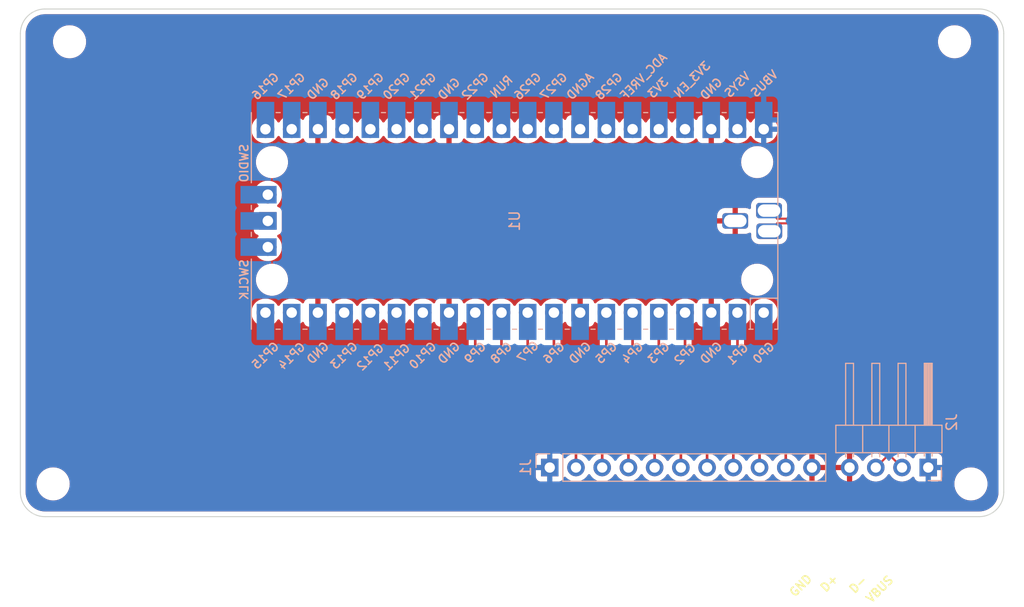
<source format=kicad_pcb>
(kicad_pcb (version 20211014) (generator pcbnew)
  (layers (0 "F.Cu" signal) (31 "B.Cu" signal) (34 "B.Paste" user) (35 "F.Paste" user) (36 "B.SilkS" user "B.Silkscreen") (37 "F.SilkS" user "F.Silkscreen") (38 "B.Mask" user) (39 "F.Mask" user) (44 "Edge.Cuts" user))
  (net 0 "")
  (net 1 "+5V")
  (net 2 "ROW2")
  (net 3 "ROW1")
  (net 4 "ROW0")
  (net 5 "COL4")
  (net 6 "COL3")
  (net 7 "COL2")
  (net 8 "COL1")
  (net 9 "COL0")
  (net 10 "LED_DIN")
  (net 11 "GND")
  (net 37 "D-")
  (net 38 "D+")
  (footprint "MountingHole:MountingHole_2.2mm_M2" (layer "F.Cu") (at 98.425 57.94375 180)
    (fp_text reference "H1" hide)
    (fp_text value "MountingHole")
    (pad "" np_thru_hole circle (at 0 0 180) (size 2.2 2.2) (drill 2.2) (layers *.Cu *.Mask))
  )
  (footprint "MountingHole:MountingHole_2.2mm_M2" (layer "F.Cu") (at 184.15 57.94375 180)
    (fp_text reference "H3" hide)
    (fp_text value "MountingHole")
    (pad "" np_thru_hole circle (at 0 0 180) (size 2.2 2.2) (drill 2.2) (layers *.Cu *.Mask))
  )
  (footprint "MountingHole:MountingHole_2.2mm_M2" (layer "F.Cu") (at 96.8375 100.80625)
    (fp_text reference "H2" hide)
    (fp_text value "MountingHole")
    (pad "" np_thru_hole circle (at 0 0) (size 2.2 2.2) (drill 2.2) (layers *.Cu *.Mask))
  )
  (footprint "MountingHole:MountingHole_2.2mm_M2" (layer "F.Cu") (at 185.7375 100.80625)
    (fp_text reference "H4" hide)
    (fp_text value "MountingHole")
    (pad "" np_thru_hole circle (at 0 0) (size 2.2 2.2) (drill 2.2) (layers *.Cu *.Mask))
  )
  (footprint "MountingHole:MountingHole_2.2mm_M2" (layer "F.Cu") (at 185.7375 100.80625)
    (fp_text reference "H4" hide)
    (fp_text value "MountingHole")
    (pad "" np_thru_hole circle (at 0 0) (size 2.2 2.2) (drill 2.2) (layers *.Cu *.Mask))
  )
  (footprint "MCU_RaspberryPi_and_Boards:RPi_Pico_SMD_TH" (layer "B.Cu") (at 141.5325 75.311 90)
    (fp_text reference "U1" (at 0 0 90) (layer "B.SilkS") (effects (justify mirror)))
    (fp_text value "Pico")
    (fp_text user "GP14" (at -13.1 -21.59 45) (layer "B.SilkS") (effects (font (size 0.8 0.8)) (justify mirror)))
    (fp_text user "GP17" (at 13.054 -21.59 45) (layer "B.SilkS") (effects (font (size 0.8 0.8)) (justify mirror)))
    (fp_text user "3V3_EN" (at 13.7 17.2 45) (layer "B.SilkS") (effects (font (size 0.8 0.8)) (justify mirror)))
    (fp_text user "GP11" (at -13.2 -11.43 45) (layer "B.SilkS") (effects (font (size 0.8 0.8)) (justify mirror)))
    (fp_text user "RUN" (at 13 -1.27 45) (layer "B.SilkS") (effects (font (size 0.8 0.8)) (justify mirror)))
    (fp_text user "GP18" (at 13.054 -16.51 45) (layer "B.SilkS") (effects (font (size 0.8 0.8)) (justify mirror)))
    (fp_text user "GP26" (at 13.054 1.27 45) (layer "B.SilkS") (effects (font (size 0.8 0.8)) (justify mirror)))
    (fp_text user "GP1" (at -12.9 21.6 45) (layer "B.SilkS") (effects (font (size 0.8 0.8)) (justify mirror)))
    (fp_text user "GP5" (at -12.8 8.89 45) (layer "B.SilkS") (effects (font (size 0.8 0.8)) (justify mirror)))
    (fp_text user "GP9" (at -12.8 -3.81 45) (layer "B.SilkS") (effects (font (size 0.8 0.8)) (justify mirror)))
    (fp_text user "GP16" (at 13.054 -24.13 45) (layer "B.SilkS") (effects (font (size 0.8 0.8)) (justify mirror)))
    (fp_text user "GP19" (at 13.054 -13.97 45) (layer "B.SilkS") (effects (font (size 0.8 0.8)) (justify mirror)))
    (fp_text user "3V3" (at 12.9 13.9 45) (layer "B.SilkS") (effects (font (size 0.8 0.8)) (justify mirror)))
    (fp_text user "GND" (at 12.8 -19.05 45) (layer "B.SilkS") (effects (font (size 0.8 0.8)) (justify mirror)))
    (fp_text user "GP4" (at -12.8 11.43 45) (layer "B.SilkS") (effects (font (size 0.8 0.8)) (justify mirror)))
    (fp_text user "GND" (at -12.8 19.05 45) (layer "B.SilkS") (effects (font (size 0.8 0.8)) (justify mirror)))
    (fp_text user "GP12" (at -13.2 -13.97 45) (layer "B.SilkS") (effects (font (size 0.8 0.8)) (justify mirror)))
    (fp_text user "AGND" (at 13.054 6.35 45) (layer "B.SilkS") (effects (font (size 0.8 0.8)) (justify mirror)))
    (fp_text user "VSYS" (at 13.2 21.59 45) (layer "B.SilkS") (effects (font (size 0.8 0.8)) (justify mirror)))
    (fp_text user "GP2" (at -12.9 16.51 45) (layer "B.SilkS") (effects (font (size 0.8 0.8)) (justify mirror)))
    (fp_text user "SWDIO" (at 5.6 -26.2 90) (layer "B.SilkS") (effects (font (size 0.8 0.8)) (justify mirror)))
    (fp_text user "GP10" (at -13.054 -8.89 45) (layer "B.SilkS") (effects (font (size 0.8 0.8)) (justify mirror)))
    (fp_text user "ADC_VREF" (at 14 12.5 45) (layer "B.SilkS") (effects (font (size 0.8 0.8)) (justify mirror)))
    (fp_text user "SWCLK" (at -5.7 -26.2 90) (layer "B.SilkS") (effects (font (size 0.8 0.8)) (justify mirror)))
    (fp_text user "GND" (at 12.8 -6.35 45) (layer "B.SilkS") (effects (font (size 0.8 0.8)) (justify mirror)))
    (fp_text user "GP22" (at 13.054 -3.81 45) (layer "B.SilkS") (effects (font (size 0.8 0.8)) (justify mirror)))
    (fp_text user "GP6" (at -12.8 3.81 45) (layer "B.SilkS") (effects (font (size 0.8 0.8)) (justify mirror)))
    (fp_text user "VBUS" (at 13.3 24.2 45) (layer "B.SilkS") (effects (font (size 0.8 0.8)) (justify mirror)))
    (fp_text user "GP21" (at 13.054 -8.9 45) (layer "B.SilkS") (effects (font (size 0.8 0.8)) (justify mirror)))
    (fp_text user "GND" (at 12.8 19.05 45) (layer "B.SilkS") (effects (font (size 0.8 0.8)) (justify mirror)))
    (fp_text user "GP8" (at -12.8 -1.27 45) (layer "B.SilkS") (effects (font (size 0.8 0.8)) (justify mirror)))
    (fp_text user "GP0" (at -12.8 24.13 45) (layer "B.SilkS") (effects (font (size 0.8 0.8)) (justify mirror)))
    (fp_text user "GP28" (at 13.054 9.144 45) (layer "B.SilkS") (effects (font (size 0.8 0.8)) (justify mirror)))
    (fp_text user "GP13" (at -13.054 -16.51 45) (layer "B.SilkS") (effects (font (size 0.8 0.8)) (justify mirror)))
    (fp_text user "GP3" (at -12.8 13.97 45) (layer "B.SilkS") (effects (font (size 0.8 0.8)) (justify mirror)))
    (fp_text user "GND" (at -12.8 6.35 45) (layer "B.SilkS") (effects (font (size 0.8 0.8)) (justify mirror)))
    (fp_text user "GND" (at -12.8 -6.35 45) (layer "B.SilkS") (effects (font (size 0.8 0.8)) (justify mirror)))
    (fp_text user "GP20" (at 13.054 -11.43 45) (layer "B.SilkS") (effects (font (size 0.8 0.8)) (justify mirror)))
    (fp_text user "GP27" (at 13.054 3.8 45) (layer "B.SilkS") (effects (font (size 0.8 0.8)) (justify mirror)))
    (fp_text user "GND" (at -12.8 -19.05 45) (layer "B.SilkS") (effects (font (size 0.8 0.8)) (justify mirror)))
    (fp_text user "GP7" (at -12.7 1.3 45) (layer "B.SilkS") (effects (font (size 0.8 0.8)) (justify mirror)))
    (fp_text user "GP15" (at -13.054 -24.13 45) (layer "B.SilkS") (effects (font (size 0.8 0.8)) (justify mirror)))
    (fp_line (start 10.5 5.3) (end 10.5 4.9) (layer "B.SilkS") (width 0.12))
    (fp_line (start 10.5 10.4) (end 10.5 10) (layer "B.SilkS") (width 0.12))
    (fp_line (start -10.5 5.3) (end -10.5 4.9) (layer "B.SilkS") (width 0.12))
    (fp_line (start 10.5 -22.7) (end 10.5 -23.1) (layer "B.SilkS") (width 0.12))
    (fp_line (start 10.5 12.9) (end 10.5 12.5) (layer "B.SilkS") (width 0.12))
    (fp_line (start -10.5 -15.1) (end -10.5 -15.5) (layer "B.SilkS") (width 0.12))
    (fp_line (start -10.5 -12.5) (end -10.5 -12.9) (layer "B.SilkS") (width 0.12))
    (fp_line (start 10.5 -25.5) (end 3.7 -25.5) (layer "B.SilkS") (width 0.12))
    (fp_line (start 10.5 -7.4) (end 10.5 -7.8) (layer "B.SilkS") (width 0.12))
    (fp_line (start 10.5 18) (end 10.5 17.6) (layer "B.SilkS") (width 0.12))
    (fp_line (start -10.5 -7.4) (end -10.5 -7.8) (layer "B.SilkS") (width 0.12))
    (fp_line (start -10.5 -10) (end -10.5 -10.4) (layer "B.SilkS") (width 0.12))
    (fp_line (start 10.5 15.4) (end 10.5 15) (layer "B.SilkS") (width 0.12))
    (fp_line (start -10.5 10.4) (end -10.5 10) (layer "B.SilkS") (width 0.12))
    (fp_line (start 10.5 -4.9) (end 10.5 -5.3) (layer "B.SilkS") (width 0.12))
    (fp_line (start 10.5 20.5) (end 10.5 20.1) (layer "B.SilkS") (width 0.12))
    (fp_line (start 10.5 -10) (end 10.5 -10.4) (layer "B.SilkS") (width 0.12))
    (fp_line (start 10.5 25.5) (end 10.5 25.2) (layer "B.SilkS") (width 0.12))
    (fp_line (start 10.5 -2.3) (end 10.5 -2.7) (layer "B.SilkS") (width 0.12))
    (fp_line (start -10.5 -4.9) (end -10.5 -5.3) (layer "B.SilkS") (width 0.12))
    (fp_line (start -7.493 22.833) (end -7.493 25.5) (layer "B.SilkS") (width 0.12))
    (fp_line (start -10.5 22.833) (end -7.493 22.833) (layer "B.SilkS") (width 0.12))
    (fp_line (start -10.5 7.8) (end -10.5 7.4) (layer "B.SilkS") (width 0.12))
    (fp_line (start 10.5 -17.6) (end 10.5 -18) (layer "B.SilkS") (width 0.12))
    (fp_line (start -3.7 -25.5) (end -10.5 -25.5) (layer "B.SilkS") (width 0.12))
    (fp_line (start -10.5 0.2) (end -10.5 -0.2) (layer "B.SilkS") (width 0.12))
    (fp_line (start -1.5 -25.5) (end -1.1 -25.5) (layer "B.SilkS") (width 0.12))
    (fp_line (start 10.5 0.2) (end 10.5 -0.2) (layer "B.SilkS") (width 0.12))
    (fp_line (start -10.5 -20.1) (end -10.5 -20.5) (layer "B.SilkS") (width 0.12))
    (fp_line (start -10.5 25.5) (end -10.5 25.2) (layer "B.SilkS") (width 0.12))
    (fp_line (start 10.5 -20.1) (end 10.5 -20.5) (layer "B.SilkS") (width 0.12))
    (fp_line (start 10.5 7.8) (end 10.5 7.4) (layer "B.SilkS") (width 0.12))
    (fp_line (start -10.5 -17.6) (end -10.5 -18) (layer "B.SilkS") (width 0.12))
    (fp_line (start -10.5 2.7) (end -10.5 2.3) (layer "B.SilkS") (width 0.12))
    (fp_line (start -10.5 18) (end -10.5 17.6) (layer "B.SilkS") (width 0.12))
    (fp_line (start -10.5 15.4) (end -10.5 15) (layer "B.SilkS") (width 0.12))
    (fp_line (start -10.5 12.9) (end -10.5 12.5) (layer "B.SilkS") (width 0.12))
    (fp_line (start -10.5 -2.3) (end -10.5 -2.7) (layer "B.SilkS") (width 0.12))
    (fp_line (start -10.5 20.5) (end -10.5 20.1) (layer "B.SilkS") (width 0.12))
    (fp_line (start 1.1 -25.5) (end 1.5 -25.5) (layer "B.SilkS") (width 0.12))
    (fp_line (start -10.5 -22.7) (end -10.5 -23.1) (layer "B.SilkS") (width 0.12))
    (fp_line (start 10.5 2.7) (end 10.5 2.3) (layer "B.SilkS") (width 0.12))
    (fp_line (start -10.5 25.5) (end 10.5 25.5) (layer "B.SilkS") (width 0.12))
    (fp_line (start 10.5 -12.5) (end 10.5 -12.9) (layer "B.SilkS") (width 0.12))
    (fp_line (start 10.5 -15.1) (end 10.5 -15.5) (layer "B.SilkS") (width 0.12))
    (fp_line (start -10.5 23.1) (end -10.5 22.7) (layer "B.SilkS") (width 0.12))
    (fp_line (start 10.5 23.1) (end 10.5 22.7) (layer "B.SilkS") (width 0.12))
    (pad "" np_thru_hole circle locked (at -5.7 -23.5 90) (size 2.1 2.1) (drill 2.1) (layers *.Cu *.Mask))
    (pad "" np_thru_hole circle locked (at 5.7 23.5 90) (size 2.1 2.1) (drill 2.1) (layers *.Cu *.Mask))
    (pad "" np_thru_hole circle locked (at -5.7 23.5 90) (size 2.1 2.1) (drill 2.1) (layers *.Cu *.Mask))
    (pad "" np_thru_hole circle locked (at 5.7 -23.5 90) (size 2.1 2.1) (drill 2.1) (layers *.Cu *.Mask))
    (pad "1" smd rect locked (at -8.89 24.13 90) (size 3.5 1.7) (drill (offset -0.9 0)) (layers "B.Cu" "B.Mask"))
    (pad "1" thru_hole oval locked (at -8.89 24.13 90) (size 1.7 1.7) (drill 1.02) (layers *.Cu *.Mask))
    (pad "2" thru_hole oval locked (at -8.89 21.59 90) (size 1.7 1.7) (drill 1.02) (layers *.Cu *.Mask) (net 10 "LED_DIN"))
    (pad "2" smd rect locked (at -8.89 21.59 90) (size 3.5 1.7) (drill (offset -0.9 0)) (layers "B.Cu" "B.Mask") (net 10 "LED_DIN"))
    (pad "3" smd rect locked (at -8.89 19.05 90) (size 3.5 1.7) (drill (offset -0.9 0)) (layers "B.Cu" "B.Mask") (net 11 "GND"))
    (pad "3" thru_hole rect locked (at -8.89 19.05 90) (size 1.7 1.7) (drill 1.02) (layers *.Cu *.Mask) (net 11 "GND"))
    (pad "4" smd rect locked (at -8.89 16.51 90) (size 3.5 1.7) (drill (offset -0.9 0)) (layers "B.Cu" "B.Mask") (net 9 "COL0"))
    (pad "4" thru_hole oval locked (at -8.89 16.51 90) (size 1.7 1.7) (drill 1.02) (layers *.Cu *.Mask) (net 9 "COL0"))
    (pad "5" smd rect locked (at -8.89 13.97 90) (size 3.5 1.7) (drill (offset -0.9 0)) (layers "B.Cu" "B.Mask") (net 8 "COL1"))
    (pad "5" thru_hole oval locked (at -8.89 13.97 90) (size 1.7 1.7) (drill 1.02) (layers *.Cu *.Mask) (net 8 "COL1"))
    (pad "6" smd rect locked (at -8.89 11.43 90) (size 3.5 1.7) (drill (offset -0.9 0)) (layers "B.Cu" "B.Mask") (net 7 "COL2"))
    (pad "6" thru_hole oval locked (at -8.89 11.43 90) (size 1.7 1.7) (drill 1.02) (layers *.Cu *.Mask) (net 7 "COL2"))
    (pad "7" smd rect locked (at -8.89 8.89 90) (size 3.5 1.7) (drill (offset -0.9 0)) (layers "B.Cu" "B.Mask") (net 6 "COL3"))
    (pad "7" thru_hole oval locked (at -8.89 8.89 90) (size 1.7 1.7) (drill 1.02) (layers *.Cu *.Mask) (net 6 "COL3"))
    (pad "8" thru_hole rect locked (at -8.89 6.35 90) (size 1.7 1.7) (drill 1.02) (layers *.Cu *.Mask) (net 11 "GND"))
    (pad "8" smd rect locked (at -8.89 6.35 90) (size 3.5 1.7) (drill (offset -0.9 0)) (layers "B.Cu" "B.Mask") (net 11 "GND"))
    (pad "9" thru_hole oval locked (at -8.89 3.81 90) (size 1.7 1.7) (drill 1.02) (layers *.Cu *.Mask) (net 5 "COL4"))
    (pad "9" smd rect locked (at -8.89 3.81 90) (size 3.5 1.7) (drill (offset -0.9 0)) (layers "B.Cu" "B.Mask") (net 5 "COL4"))
    (pad "10" thru_hole oval locked (at -8.89 1.27 90) (size 1.7 1.7) (drill 1.02) (layers *.Cu *.Mask) (net 4 "ROW0"))
    (pad "10" smd rect locked (at -8.89 1.27 90) (size 3.5 1.7) (drill (offset -0.9 0)) (layers "B.Cu" "B.Mask") (net 4 "ROW0"))
    (pad "11" smd rect locked (at -8.89 -1.27 90) (size 3.5 1.7) (drill (offset -0.9 0)) (layers "B.Cu" "B.Mask") (net 3 "ROW1"))
    (pad "11" thru_hole oval locked (at -8.89 -1.27 90) (size 1.7 1.7) (drill 1.02) (layers *.Cu *.Mask) (net 3 "ROW1"))
    (pad "12" smd rect locked (at -8.89 -3.81 90) (size 3.5 1.7) (drill (offset -0.9 0)) (layers "B.Cu" "B.Mask") (net 2 "ROW2"))
    (pad "12" thru_hole oval locked (at -8.89 -3.81 90) (size 1.7 1.7) (drill 1.02) (layers *.Cu *.Mask) (net 2 "ROW2"))
    (pad "13" thru_hole rect locked (at -8.89 -6.35 90) (size 1.7 1.7) (drill 1.02) (layers *.Cu *.Mask) (net 11 "GND"))
    (pad "13" smd rect locked (at -8.89 -6.35 90) (size 3.5 1.7) (drill (offset -0.9 0)) (layers "B.Cu" "B.Mask") (net 11 "GND"))
    (pad "14" smd rect locked (at -8.89 -8.89 90) (size 3.5 1.7) (drill (offset -0.9 0)) (layers "B.Cu" "B.Mask"))
    (pad "14" thru_hole oval locked (at -8.89 -8.89 90) (size 1.7 1.7) (drill 1.02) (layers *.Cu *.Mask))
    (pad "15" smd rect locked (at -8.89 -11.43 90) (size 3.5 1.7) (drill (offset -0.9 0)) (layers "B.Cu" "B.Mask"))
    (pad "15" thru_hole oval locked (at -8.89 -11.43 90) (size 1.7 1.7) (drill 1.02) (layers *.Cu *.Mask))
    (pad "16" thru_hole oval locked (at -8.89 -13.97 90) (size 1.7 1.7) (drill 1.02) (layers *.Cu *.Mask))
    (pad "16" smd rect locked (at -8.89 -13.97 90) (size 3.5 1.7) (drill (offset -0.9 0)) (layers "B.Cu" "B.Mask"))
    (pad "17" smd rect locked (at -8.89 -16.51 90) (size 3.5 1.7) (drill (offset -0.9 0)) (layers "B.Cu" "B.Mask"))
    (pad "17" thru_hole oval locked (at -8.89 -16.51 90) (size 1.7 1.7) (drill 1.02) (layers *.Cu *.Mask))
    (pad "18" smd rect locked (at -8.89 -19.05 90) (size 3.5 1.7) (drill (offset -0.9 0)) (layers "B.Cu" "B.Mask") (net 11 "GND"))
    (pad "18" thru_hole rect locked (at -8.89 -19.05 90) (size 1.7 1.7) (drill 1.02) (layers *.Cu *.Mask) (net 11 "GND"))
    (pad "19" smd rect locked (at -8.89 -21.59 90) (size 3.5 1.7) (drill (offset -0.9 0)) (layers "B.Cu" "B.Mask"))
    (pad "19" thru_hole oval locked (at -8.89 -21.59 90) (size 1.7 1.7) (drill 1.02) (layers *.Cu *.Mask))
    (pad "20" thru_hole oval locked (at -8.89 -24.13 90) (size 1.7 1.7) (drill 1.02) (layers *.Cu *.Mask))
    (pad "20" smd rect locked (at -8.89 -24.13 90) (size 3.5 1.7) (drill (offset -0.9 0)) (layers "B.Cu" "B.Mask"))
    (pad "21" thru_hole oval locked (at 8.89 -24.13 90) (size 1.7 1.7) (drill 1.02) (layers *.Cu *.Mask))
    (pad "21" smd rect locked (at 8.89 -24.13 90) (size 3.5 1.7) (drill (offset 0.9 0)) (layers "B.Cu" "B.Mask"))
    (pad "22" smd rect locked (at 8.89 -21.59 90) (size 3.5 1.7) (drill (offset 0.9 0)) (layers "B.Cu" "B.Mask"))
    (pad "22" thru_hole oval locked (at 8.89 -21.59 90) (size 1.7 1.7) (drill 1.02) (layers *.Cu *.Mask))
    (pad "23" thru_hole rect locked (at 8.89 -19.05 90) (size 1.7 1.7) (drill 1.02) (layers *.Cu *.Mask) (net 11 "GND"))
    (pad "23" smd rect locked (at 8.89 -19.05 90) (size 3.5 1.7) (drill (offset 0.9 0)) (layers "B.Cu" "B.Mask") (net 11 "GND"))
    (pad "24" thru_hole oval locked (at 8.89 -16.51 90) (size 1.7 1.7) (drill 1.02) (layers *.Cu *.Mask))
    (pad "24" smd rect locked (at 8.89 -16.51 90) (size 3.5 1.7) (drill (offset 0.9 0)) (layers "B.Cu" "B.Mask"))
    (pad "25" smd rect locked (at 8.89 -13.97 90) (size 3.5 1.7) (drill (offset 0.9 0)) (layers "B.Cu" "B.Mask"))
    (pad "25" thru_hole oval locked (at 8.89 -13.97 90) (size 1.7 1.7) (drill 1.02) (layers *.Cu *.Mask))
    (pad "26" smd rect locked (at 8.89 -11.43 90) (size 3.5 1.7) (drill (offset 0.9 0)) (layers "B.Cu" "B.Mask"))
    (pad "26" thru_hole oval locked (at 8.89 -11.43 90) (size 1.7 1.7) (drill 1.02) (layers *.Cu *.Mask))
    (pad "27" thru_hole oval locked (at 8.89 -8.89 90) (size 1.7 1.7) (drill 1.02) (layers *.Cu *.Mask))
    (pad "27" smd rect locked (at 8.89 -8.89 90) (size 3.5 1.7) (drill (offset 0.9 0)) (layers "B.Cu" "B.Mask"))
    (pad "28" thru_hole rect locked (at 8.89 -6.35 90) (size 1.7 1.7) (drill 1.02) (layers *.Cu *.Mask) (net 11 "GND"))
    (pad "28" smd rect locked (at 8.89 -6.35 90) (size 3.5 1.7) (drill (offset 0.9 0)) (layers "B.Cu" "B.Mask") (net 11 "GND"))
    (pad "29" thru_hole oval locked (at 8.89 -3.81 90) (size 1.7 1.7) (drill 1.02) (layers *.Cu *.Mask))
    (pad "29" smd rect locked (at 8.89 -3.81 90) (size 3.5 1.7) (drill (offset 0.9 0)) (layers "B.Cu" "B.Mask"))
    (pad "30" thru_hole oval locked (at 8.89 -1.27 90) (size 1.7 1.7) (drill 1.02) (layers *.Cu *.Mask))
    (pad "30" smd rect locked (at 8.89 -1.27 90) (size 3.5 1.7) (drill (offset 0.9 0)) (layers "B.Cu" "B.Mask"))
    (pad "31" smd rect locked (at 8.89 1.27 90) (size 3.5 1.7) (drill (offset 0.9 0)) (layers "B.Cu" "B.Mask"))
    (pad "31" thru_hole oval locked (at 8.89 1.27 90) (size 1.7 1.7) (drill 1.02) (layers *.Cu *.Mask))
    (pad "32" thru_hole oval locked (at 8.89 3.81 90) (size 1.7 1.7) (drill 1.02) (layers *.Cu *.Mask))
    (pad "32" smd rect locked (at 8.89 3.81 90) (size 3.5 1.7) (drill (offset 0.9 0)) (layers "B.Cu" "B.Mask"))
    (pad "33" smd rect locked (at 8.89 6.35 90) (size 3.5 1.7) (drill (offset 0.9 0)) (layers "B.Cu" "B.Mask"))
    (pad "33" thru_hole rect locked (at 8.89 6.35 90) (size 1.7 1.7) (drill 1.02) (layers *.Cu *.Mask))
    (pad "34" thru_hole oval locked (at 8.89 8.89 90) (size 1.7 1.7) (drill 1.02) (layers *.Cu *.Mask))
    (pad "34" smd rect locked (at 8.89 8.89 90) (size 3.5 1.7) (drill (offset 0.9 0)) (layers "B.Cu" "B.Mask"))
    (pad "35" thru_hole oval locked (at 8.89 11.43 90) (size 1.7 1.7) (drill 1.02) (layers *.Cu *.Mask))
    (pad "35" smd rect locked (at 8.89 11.43 90) (size 3.5 1.7) (drill (offset 0.9 0)) (layers "B.Cu" "B.Mask"))
    (pad "36" smd rect locked (at 8.89 13.97 90) (size 3.5 1.7) (drill (offset 0.9 0)) (layers "B.Cu" "B.Mask"))
    (pad "36" thru_hole oval locked (at 8.89 13.97 90) (size 1.7 1.7) (drill 1.02) (layers *.Cu *.Mask))
    (pad "37" thru_hole oval locked (at 8.89 16.51 90) (size 1.7 1.7) (drill 1.02) (layers *.Cu *.Mask))
    (pad "37" smd rect locked (at 8.89 16.51 90) (size 3.5 1.7) (drill (offset 0.9 0)) (layers "B.Cu" "B.Mask"))
    (pad "38" thru_hole rect locked (at 8.89 19.05 90) (size 1.7 1.7) (drill 1.02) (layers *.Cu *.Mask) (net 11 "GND"))
    (pad "38" smd rect locked (at 8.89 19.05 90) (size 3.5 1.7) (drill (offset 0.9 0)) (layers "B.Cu" "B.Mask") (net 11 "GND"))
    (pad "39" thru_hole oval locked (at 8.89 21.59 90) (size 1.7 1.7) (drill 1.02) (layers *.Cu *.Mask))
    (pad "39" smd rect locked (at 8.89 21.59 90) (size 3.5 1.7) (drill (offset 0.9 0)) (layers "B.Cu" "B.Mask"))
    (pad "40" smd rect locked (at 8.89 24.13 90) (size 3.5 1.7) (drill (offset 0.9 0)) (layers "B.Cu" "B.Mask") (net 1 "+5V"))
    (pad "40" thru_hole oval locked (at 8.89 24.13 90) (size 1.7 1.7) (drill 1.02) (layers *.Cu *.Mask) (net 1 "+5V"))
    (pad "41" smd rect locked (at -2.54 -23.9) (size 3.5 1.7) (drill (offset -0.9 0)) (layers "B.Cu" "B.Mask"))
    (pad "41" thru_hole oval locked (at -2.54 -23.9 90) (size 1.7 1.7) (drill 1.02) (layers *.Cu *.Mask))
    (pad "42" thru_hole rect locked (at 0 -23.9 90) (size 1.7 1.7) (drill 1.02) (layers *.Cu *.Mask))
    (pad "42" smd rect locked (at 0 -23.9) (size 3.5 1.7) (drill (offset -0.9 0)) (layers "B.Cu" "B.Mask"))
    (pad "43" smd rect locked (at 2.54 -23.9) (size 3.5 1.7) (drill (offset -0.9 0)) (layers "B.Cu" "B.Mask"))
    (pad "43" thru_hole oval locked (at 2.54 -23.9 90) (size 1.7 1.7) (drill 1.02) (layers *.Cu *.Mask))
    (pad "TP1" thru_hole roundrect locked (at 0 21.37 90) (size 1.5 2.5) (drill oval 1.2 2.2) (layers *.Cu *.Mask) (roundrect_rratio 0.2) (net 11 "GND"))
    (pad "TP2" thru_hole roundrect locked (at 1 24.65 90) (size 1.5 2.5) (drill oval 1.2 2.2) (layers *.Cu *.Mask) (roundrect_rratio 0.2) (net 37 "D-"))
    (pad "TP3" thru_hole roundrect locked (at -1 24.67 90) (size 1.5 2.5) (drill oval 1.2 2.2) (layers *.Cu *.Mask) (roundrect_rratio 0.2) (net 38 "D+"))
  )
  (footprint "Connector_PinHeader_2.54mm:PinHeader_1x11_P2.54mm_Vertical" (layer "B.Cu") (at 144.93875 99.21875 -90)
    (fp_text reference "J1" (at 0 2.33 90) (layer "B.SilkS") (effects (justify mirror)))
    (fp_text value "Conn_01x11")
    (fp_line (start -1.33 0) (end -1.33 1.33) (layer "B.SilkS") (width 0.12))
    (fp_line (start -1.33 -1.27) (end -1.33 -26.73) (layer "B.SilkS") (width 0.12))
    (fp_line (start -1.33 -26.73) (end 1.33 -26.73) (layer "B.SilkS") (width 0.12))
    (fp_line (start 1.33 -1.27) (end 1.33 -26.73) (layer "B.SilkS") (width 0.12))
    (fp_line (start -1.33 -1.27) (end 1.33 -1.27) (layer "B.SilkS") (width 0.12))
    (fp_line (start -1.33 1.33) (end 0 1.33) (layer "B.SilkS") (width 0.12))
    (pad "1" thru_hole rect (at 0 0 270) (size 1.7 1.7) (drill 1) (layers *.Cu *.Mask) (net 1 "+5V"))
    (pad "2" thru_hole oval (at 0 -2.54 270) (size 1.7 1.7) (drill 1) (layers *.Cu *.Mask) (net 2 "ROW2"))
    (pad "3" thru_hole oval (at 0 -5.08 270) (size 1.7 1.7) (drill 1) (layers *.Cu *.Mask) (net 3 "ROW1"))
    (pad "4" thru_hole oval (at 0 -7.62 270) (size 1.7 1.7) (drill 1) (layers *.Cu *.Mask) (net 4 "ROW0"))
    (pad "5" thru_hole oval (at 0 -10.16 270) (size 1.7 1.7) (drill 1) (layers *.Cu *.Mask) (net 5 "COL4"))
    (pad "6" thru_hole oval (at 0 -12.7 270) (size 1.7 1.7) (drill 1) (layers *.Cu *.Mask) (net 6 "COL3"))
    (pad "7" thru_hole oval (at 0 -15.24 270) (size 1.7 1.7) (drill 1) (layers *.Cu *.Mask) (net 7 "COL2"))
    (pad "8" thru_hole oval (at 0 -17.78 270) (size 1.7 1.7) (drill 1) (layers *.Cu *.Mask) (net 8 "COL1"))
    (pad "9" thru_hole oval (at 0 -20.32 270) (size 1.7 1.7) (drill 1) (layers *.Cu *.Mask) (net 9 "COL0"))
    (pad "10" thru_hole oval (at 0 -22.86 270) (size 1.7 1.7) (drill 1) (layers *.Cu *.Mask) (net 10 "LED_DIN"))
    (pad "11" thru_hole oval (at 0 -25.4 270) (size 1.7 1.7) (drill 1) (layers *.Cu *.Mask) (net 11 "GND"))
  )
  (footprint "Connector_PinHeader_2.54mm:PinHeader_1x04_P2.54mm_Horizontal" (layer "B.Cu") (at 181.6 99.21875 90)
    (fp_text reference "J2" (at 4.385 2.27 90) (layer "B.SilkS") (effects (justify mirror)))
    (fp_text value "Conn_01x04")
    (fp_line (start 1.042929 -2.16) (end 1.44 -2.16) (layer "B.SilkS") (width 0.12))
    (fp_line (start 4.1 0.2) (end 10.1 0.2) (layer "B.SilkS") (width 0.12))
    (fp_line (start 1.44 -6.35) (end 4.1 -6.35) (layer "B.SilkS") (width 0.12))
    (fp_line (start 4.1 0.38) (end 10.1 0.38) (layer "B.SilkS") (width 0.12))
    (fp_line (start 1.44 -1.27) (end 4.1 -1.27) (layer "B.SilkS") (width 0.12))
    (fp_line (start 10.1 -5.46) (end 4.1 -5.46) (layer "B.SilkS") (width 0.12))
    (fp_line (start 4.1 0.32) (end 10.1 0.32) (layer "B.SilkS") (width 0.12))
    (fp_line (start 4.1 -4.7) (end 10.1 -4.7) (layer "B.SilkS") (width 0.12))
    (fp_line (start 10.1 -4.7) (end 10.1 -5.46) (layer "B.SilkS") (width 0.12))
    (fp_line (start 1.042929 -4.7) (end 1.44 -4.7) (layer "B.SilkS") (width 0.12))
    (fp_line (start 4.1 -2.16) (end 10.1 -2.16) (layer "B.SilkS") (width 0.12))
    (fp_line (start -1.27 1.27) (end 0 1.27) (layer "B.SilkS") (width 0.12))
    (fp_line (start -1.27 0) (end -1.27 1.27) (layer "B.SilkS") (width 0.12))
    (fp_line (start 4.1 1.33) (end 1.44 1.33) (layer "B.SilkS") (width 0.12))
    (fp_line (start 4.1 -0.16) (end 10.1 -0.16) (layer "B.SilkS") (width 0.12))
    (fp_line (start 1.44 -8.95) (end 4.1 -8.95) (layer "B.SilkS") (width 0.12))
    (fp_line (start 10.1 -2.92) (end 4.1 -2.92) (layer "B.SilkS") (width 0.12))
    (fp_line (start 4.1 -7.24) (end 10.1 -7.24) (layer "B.SilkS") (width 0.12))
    (fp_line (start 1.042929 -8) (end 1.44 -8) (layer "B.SilkS") (width 0.12))
    (fp_line (start 1.11 0.38) (end 1.44 0.38) (layer "B.SilkS") (width 0.12))
    (fp_line (start 4.1 -8.95) (end 4.1 1.33) (layer "B.SilkS") (width 0.12))
    (fp_line (start 4.1 -0.28) (end 10.1 -0.28) (layer "B.SilkS") (width 0.12))
    (fp_line (start 10.1 -2.16) (end 10.1 -2.92) (layer "B.SilkS") (width 0.12))
    (fp_line (start 1.11 -0.38) (end 1.44 -0.38) (layer "B.SilkS") (width 0.12))
    (fp_line (start 4.1 0.08) (end 10.1 0.08) (layer "B.SilkS") (width 0.12))
    (fp_line (start 10.1 0.38) (end 10.1 -0.38) (layer "B.SilkS") (width 0.12))
    (fp_line (start 10.1 -7.24) (end 10.1 -8) (layer "B.SilkS") (width 0.12))
    (fp_line (start 1.042929 -2.92) (end 1.44 -2.92) (layer "B.SilkS") (width 0.12))
    (fp_line (start 1.44 1.33) (end 1.44 -8.95) (layer "B.SilkS") (width 0.12))
    (fp_line (start 10.1 -0.38) (end 4.1 -0.38) (layer "B.SilkS") (width 0.12))
    (fp_line (start 1.042929 -7.24) (end 1.44 -7.24) (layer "B.SilkS") (width 0.12))
    (fp_line (start 4.1 -0.04) (end 10.1 -0.04) (layer "B.SilkS") (width 0.12))
    (fp_line (start 10.1 -8) (end 4.1 -8) (layer "B.SilkS") (width 0.12))
    (fp_line (start 1.042929 -5.46) (end 1.44 -5.46) (layer "B.SilkS") (width 0.12))
    (fp_line (start 1.44 -3.81) (end 4.1 -3.81) (layer "B.SilkS") (width 0.12))
    (pad "1" thru_hole rect (at 0 0 90) (size 1.7 1.7) (drill 1) (layers *.Cu *.Mask) (net 1 "+5V"))
    (pad "2" thru_hole oval (at 0 -2.54 90) (size 1.7 1.7) (drill 1) (layers *.Cu *.Mask) (net 37 "D-"))
    (pad "3" thru_hole oval (at 0 -5.08 90) (size 1.7 1.7) (drill 1) (layers *.Cu *.Mask) (net 38 "D+"))
    (pad "4" thru_hole oval (at 0 -7.62 90) (size 1.7 1.7) (drill 1) (layers *.Cu *.Mask) (net 11 "GND"))
  )
  (gr_arc (start 93.6625 57.15) (mid 94.359967 55.466217) (end 96.04375 54.76875) (layer "Edge.Cuts") (width 0.1))
  (gr_line (start 188.9125 57.15) (end 188.9125 101.6) (layer "Edge.Cuts") (width 0.1))
  (gr_line (start 96.04375 54.76875) (end 186.53125 54.76875) (layer "Edge.Cuts") (width 0.1))
  (gr_line (start 186.53125 103.98125) (end 96.04375 103.98125) (layer "Edge.Cuts") (width 0.1))
  (gr_arc (start 96.04375 103.98125) (mid 94.359967 103.283783) (end 93.6625 101.6) (layer "Edge.Cuts") (width 0.1))
  (gr_arc (start 186.53125 54.76875) (mid 188.215033 55.466217) (end 188.9125 57.15) (layer "Edge.Cuts") (width 0.1))
  (gr_arc (start 188.9125 101.6) (mid 188.215033 103.283783) (end 186.53125 103.98125) (layer "Edge.Cuts") (width 0.1))
  (gr_line (start 93.6625 101.6) (end 93.6625 57.15) (layer "Edge.Cuts") (width 0.1))
  (gr_text "GND" (at 170.18 109.728 45) (layer "F.SilkS") (effects (font (size 0.8 0.8)) (justify right)))
  (gr_text "D+" (at 172.72 109.728 45) (layer "F.SilkS") (effects (font (size 0.8 0.8)) (justify right)))
  (gr_text "VBUS" (at 178.054 109.855 45) (layer "F.SilkS") (effects (font (size 0.8 0.8)) (justify right)))
  (gr_text "D-" (at 175.514 109.855 45) (layer "F.SilkS") (effects (font (size 0.8 0.8)) (justify right)))
  (segment (start 147.47875 97.710624) (end 137.7225 87.954374) (width 0.254) (layer "F.Cu") (net 2))
  (segment (start 147.47875 99.21875) (end 147.47875 97.710624) (width 0.254) (layer "F.Cu") (net 2))
  (segment (start 137.7225 87.954374) (end 137.7225 84.201) (width 0.254) (layer "F.Cu") (net 2))
  (segment (start 150.01875 97.869375) (end 150.01875 99.21875) (width 0.254) (layer "F.Cu") (net 3))
  (segment (start 140.2625 84.201) (end 140.2625 88.113125) (width 0.254) (layer "F.Cu") (net 3))
  (segment (start 140.2625 88.113125) (end 150.01875 97.869375) (width 0.254) (layer "F.Cu") (net 3))
  (segment (start 142.8025 88.1925) (end 152.55875 97.94875) (width 0.254) (layer "F.Cu") (net 4))
  (segment (start 152.55875 97.94875) (end 152.55875 99.21875) (width 0.254) (layer "F.Cu") (net 4))
  (segment (start 142.8025 84.201) (end 142.8025 88.1925) (width 0.254) (layer "F.Cu") (net 4))
  (segment (start 145.3425 84.201) (end 145.3425 88.1925) (width 0.254) (layer "F.Cu") (net 5))
  (segment (start 155.09875 97.94875) (end 155.09875 99.21875) (width 0.254) (layer "F.Cu") (net 5))
  (segment (start 145.3425 88.1925) (end 155.09875 97.94875) (width 0.254) (layer "F.Cu") (net 5))
  (segment (start 150.4225 88.1925) (end 157.63875 95.40875) (width 0.254) (layer "F.Cu") (net 6))
  (segment (start 157.63875 95.40875) (end 157.63875 99.21875) (width 0.254) (layer "F.Cu") (net 6))
  (segment (start 150.4225 84.201) (end 150.4225 88.1925) (width 0.254) (layer "F.Cu") (net 6))
  (segment (start 152.9625 88.1925) (end 160.17875 95.40875) (width 0.254) (layer "F.Cu") (net 7))
  (segment (start 160.17875 95.40875) (end 160.17875 99.21875) (width 0.254) (layer "F.Cu") (net 7))
  (segment (start 152.9625 84.201) (end 152.9625 88.1925) (width 0.254) (layer "F.Cu") (net 7))
  (segment (start 155.5025 84.201) (end 155.5025 88.1925) (width 0.254) (layer "F.Cu") (net 8))
  (segment (start 155.5025 88.1925) (end 162.71875 95.40875) (width 0.254) (layer "F.Cu") (net 8))
  (segment (start 162.71875 95.40875) (end 162.71875 99.21875) (width 0.254) (layer "F.Cu") (net 8))
  (segment (start 165.25875 95.40875) (end 165.25875 99.21875) (width 0.254) (layer "F.Cu") (net 9))
  (segment (start 158.0425 88.1925) (end 165.25875 95.40875) (width 0.254) (layer "F.Cu") (net 9))
  (segment (start 158.0425 84.201) (end 158.0425 88.1925) (width 0.254) (layer "F.Cu") (net 9))
  (segment (start 163.1225 88.1925) (end 167.79875 92.86875) (width 0.254) (layer "F.Cu") (net 10))
  (segment (start 163.1225 84.201) (end 163.1225 88.1925) (width 0.254) (layer "F.Cu") (net 10))
  (segment (start 167.79875 92.86875) (end 167.79875 99.21875) (width 0.254) (layer "F.Cu") (net 10))
  (segment (start 166.967499 75.095999) (end 169.394199 75.095999) (width 0.2) (layer "F.Cu") (net 37))
  (segment (start 178.015001 98.173751) (end 179.06 99.21875) (width 0.2) (layer "F.Cu") (net 37))
  (segment (start 178.015001 83.716801) (end 178.015001 98.173751) (width 0.2) (layer "F.Cu") (net 37))
  (segment (start 166.1825 74.311) (end 166.967499 75.095999) (width 0.2) (layer "F.Cu") (net 37))
  (segment (start 169.394199 75.095999) (end 178.015001 83.716801) (width 0.2) (layer "F.Cu") (net 37))
  (segment (start 166.967499 75.546001) (end 169.207801 75.546001) (width 0.2) (layer "F.Cu") (net 38))
  (segment (start 166.2025 76.311) (end 166.967499 75.546001) (width 0.2) (layer "F.Cu") (net 38))
  (segment (start 177.564999 98.173751) (end 176.52 99.21875) (width 0.2) (layer "F.Cu") (net 38))
  (segment (start 169.207801 75.546001) (end 177.564999 83.903199) (width 0.2) (layer "F.Cu") (net 38))
  (segment (start 177.564999 83.903199) (end 177.564999 98.173751) (width 0.2) (layer "F.Cu") (net 38))
  (zone (net 11) (net_name "GND") (layer "F.Cu") (connect_pads (clearance 0.508)) (min_thickness 0.254) (fill yes (thermal_gap 0.508) (thermal_bridge_width 0.508))
    (polygon (pts (xy 188.9125 103.98125) (xy 93.6625 103.98125) (xy 93.6625 54.76875) (xy 188.9125 54.76875)))
  )
  (zone (net 1) (net_name "+5V") (layer "B.Cu") (connect_pads (clearance 0.508)) (min_thickness 0.254) (fill yes (thermal_gap 0.508) (thermal_bridge_width 0.508))
    (polygon (pts (xy 188.9125 103.98125) (xy 93.6625 103.98125) (xy 93.6625 54.76875) (xy 188.9125 54.76875)))
  )
)
</source>
